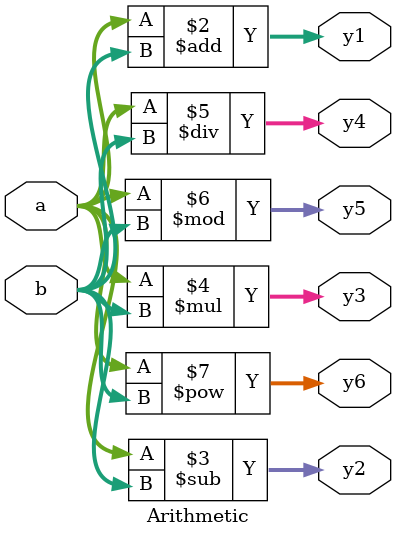
<source format=v>
module Arithmetic(
  input [5:0] a,b,
  output reg[7:0] y1,y2,y3,y4,y5,y6);
  
  
always @(*)begin
  
    y1 = a + b ;
    y2 = a - b ;
    y3 = a * b ;
    y4 = a / b ;
    y5 = a % b ;
    y6 = a ** b ;
    
    
  end
endmodule

</source>
